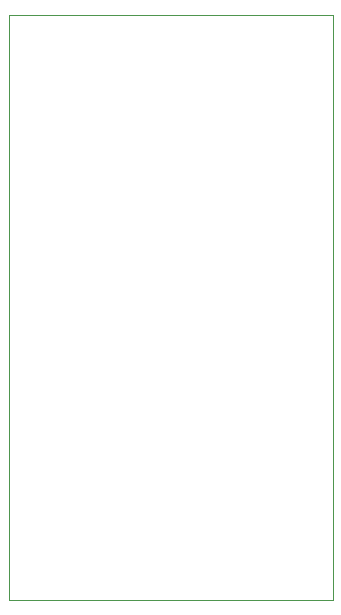
<source format=gbr>
G04 #@! TF.FileFunction,Profile,NP*
%FSLAX46Y46*%
G04 Gerber Fmt 4.6, Leading zero omitted, Abs format (unit mm)*
G04 Created by KiCad (PCBNEW 0.201506192325+5795~23~ubuntu14.04.1-product) date Wed 04 Nov 2015 00:53:14 GMT*
%MOMM*%
G01*
G04 APERTURE LIST*
%ADD10C,0.100000*%
G04 APERTURE END LIST*
D10*
X132334000Y-75946000D02*
X159766000Y-75946000D01*
X159766000Y-125476000D02*
X132334000Y-125476000D01*
X159766000Y-75946000D02*
X159766000Y-125476000D01*
X132334000Y-125476000D02*
X132334000Y-75946000D01*
M02*

</source>
